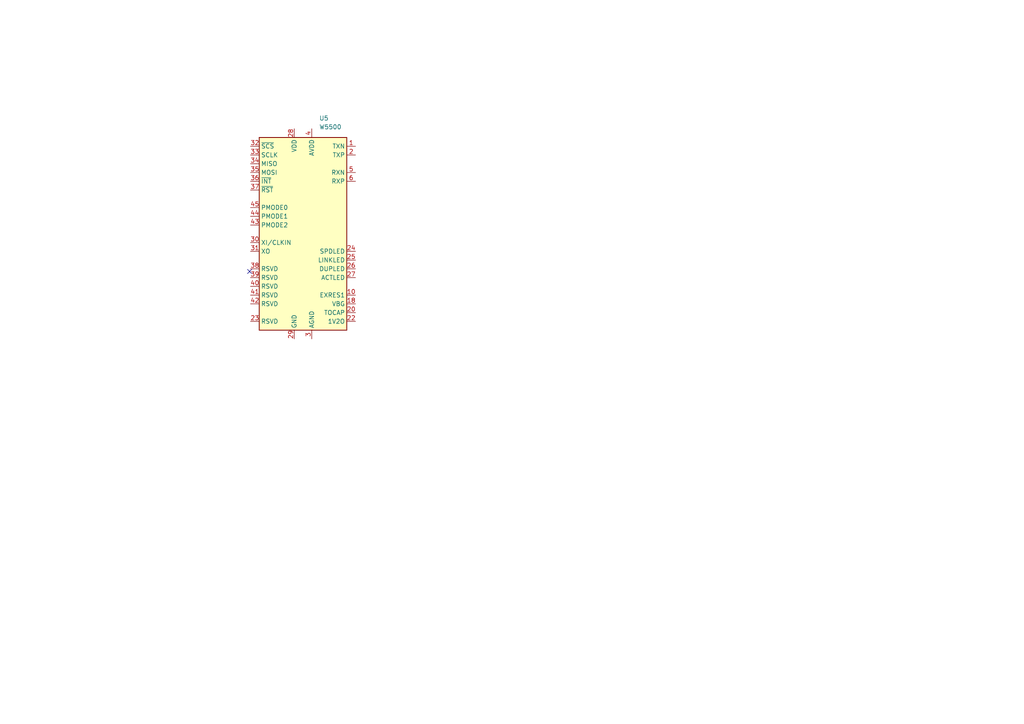
<source format=kicad_sch>
(kicad_sch (version 20250114) (generator "eeschema") (generator_version "9.0")
  (paper "A4")
  (lib_symbols
    (symbol "Interface_Ethernet:W5500"
      (property "Reference" "U" (at -11.43 29.21 0))
      (property "Value" "W5500" (at 8.89 29.21 0))
      (symbol "W5500_0_1"
        (rectangle (start -12.7 27.94) (end 12.7 -27.94) (stroke (width 0.254)) (fill (type background)))
      )
      (symbol "W5500_1_1"
        (pin input line (at -15.24 25.4 0) (length 2.54) (name "~{SCS}") (number "32"))
        (pin input line (at -15.24 22.86 0) (length 2.54) (name "SCLK") (number "33"))
        (pin output line (at -15.24 20.32 0) (length 2.54) (name "MISO") (number "34"))
        (pin input line (at -15.24 17.78 0) (length 2.54) (name "MOSI") (number "35"))
        (pin input line (at -15.24 15.24 0) (length 2.54) (name "~{INT}") (number "36"))
        (pin input line (at -15.24 12.7 0) (length 2.54) (name "~{RST}") (number "37"))
        (pin input line (at -15.24 7.62 0) (length 2.54) (name "PMODE0") (number "45"))
        (pin input line (at -15.24 5.08 0) (length 2.54) (name "PMODE1") (number "44"))
        (pin input line (at -15.24 2.54 0) (length 2.54) (name "PMODE2") (number "43"))
        (pin input line (at -15.24 -2.54 0) (length 2.54) (name "XI/CLKIN") (number "30"))
        (pin output line (at -15.24 -5.08 0) (length 2.54) (name "XO") (number "31"))
        (pin input line (at -15.24 -10.16 0) (length 2.54) (name "RSVD") (number "38"))
        (pin input line (at -15.24 -12.7 0) (length 2.54) (name "RSVD") (number "39"))
        (pin input line (at -15.24 -15.24 0) (length 2.54) (name "RSVD") (number "40"))
        (pin input line (at -15.24 -17.78 0) (length 2.54) (name "RSVD") (number "41"))
        (pin input line (at -15.24 -20.32 0) (length 2.54) (name "RSVD") (number "42"))
        (pin input line (at -15.24 -25.4 0) (length 2.54) (name "RSVD") (number "23"))
        (pin power_in line (at -2.54 30.48 270) (length 2.54) (name "VDD") (number "28"))
        (pin power_in line (at -2.54 -30.48 90) (length 2.54) (name "GND") (number "29"))
        (pin passive line (at 2.54 30.48 270) (length 2.54) (hide yes) (name "AVDD") (number "11"))
        (pin passive line (at 2.54 30.48 270) (length 2.54) (hide yes) (name "AVDD") (number "15"))
        (pin passive line (at 2.54 30.48 270) (length 2.54) (hide yes) (name "AVDD") (number "17"))
        (pin passive line (at 2.54 30.48 270) (length 2.54) (hide yes) (name "AVDD") (number "21"))
        (pin power_in line (at 2.54 30.48 270) (length 2.54) (name "AVDD") (number "4"))
        (pin passive line (at 2.54 30.48 270) (length 2.54) (hide yes) (name "AVDD") (number "8"))
        (pin passive line (at 2.54 -30.48 90) (length 2.54) (hide yes) (name "AGND") (number "14"))
        (pin passive line (at 2.54 -30.48 90) (length 2.54) (hide yes) (name "AGND") (number "16"))
        (pin passive line (at 2.54 -30.48 90) (length 2.54) (hide yes) (name "AGND") (number "19"))
        (pin power_in line (at 2.54 -30.48 90) (length 2.54) (name "AGND") (number "3"))
        (pin passive line (at 2.54 -30.48 90) (length 2.54) (hide yes) (name "AGND") (number "48"))
        (pin passive line (at 2.54 -30.48 90) (length 2.54) (hide yes) (name "AGND") (number "9"))
        (pin no_connect line (at 12.7 10.16 180) (length 2.54) (hide yes) (name "DNC") (number "7"))
        (pin no_connect line (at 12.7 7.62 180) (length 2.54) (hide yes) (name "NC") (number "12"))
        (pin no_connect line (at 12.7 5.08 180) (length 2.54) (hide yes) (name "NC") (number "13"))
        (pin no_connect line (at 12.7 2.54 180) (length 2.54) (hide yes) (name "NC") (number "46"))
        (pin no_connect line (at 12.7 0 180) (length 2.54) (hide yes) (name "NC") (number "47"))
        (pin output line (at 15.24 25.4 180) (length 2.54) (name "TXN") (number "1"))
        (pin output line (at 15.24 22.86 180) (length 2.54) (name "TXP") (number "2"))
        (pin input line (at 15.24 17.78 180) (length 2.54) (name "RXN") (number "5"))
        (pin input line (at 15.24 15.24 180) (length 2.54) (name "RXP") (number "6"))
        (pin output line (at 15.24 -5.08 180) (length 2.54) (name "SPDLED") (number "24"))
        (pin output line (at 15.24 -7.62 180) (length 2.54) (name "LINKLED") (number "25"))
        (pin output line (at 15.24 -10.16 180) (length 2.54) (name "DUPLED") (number "26"))
        (pin output line (at 15.24 -12.7 180) (length 2.54) (name "ACTLED") (number "27"))
        (pin passive line (at 15.24 -17.78 180) (length 2.54) (name "EXRES1") (number "10"))
        (pin passive line (at 15.24 -20.32 180) (length 2.54) (name "VBG") (number "18"))
        (pin passive line (at 15.24 -22.86 180) (length 2.54) (name "TOCAP") (number "20"))
        (pin output line (at 15.24 -25.4 180) (length 2.54) (name "1V2O") (number "22"))
      )
    )
  )
  (no_connect (at 72.39 78.74))
  (symbol (lib_id "Interface_Ethernet:W5500") (at 87.884 67.818 0) (unit 1)
    (property "Reference" "U5" (at 92.5673 34.29 0) (effects (justify left)))
    (property "Value" "W5500" (at 92.5673 36.83 0) (effects (justify left)))
    (property "Footprint" "Package_QFP:LQFP-48_7x7mm_P0.5mm" (effects (hide yes)))
    (property "Datasheet" "http://wizwiki.net/wiki/lib/exe/fetch.php/products:w5500:w5500_ds_v109e.pdf" (effects (hide yes)))
    (property "Description" "10/100Mb SPI Ethernet controller with TCP/IP stack, LQFP-48" (effects (hide yes)))
  )
)
</source>
